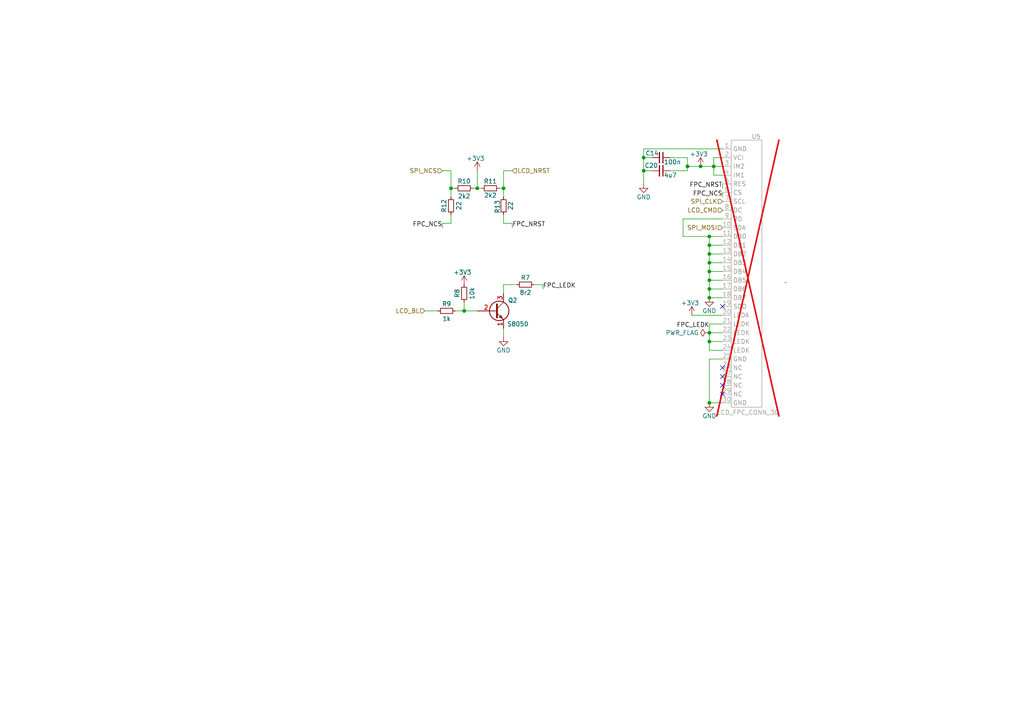
<source format=kicad_sch>
(kicad_sch (version 20231120) (generator "eeschema") (generator_version "8.0")
  (paper "A4")
  (lib_symbols
    (symbol "Device:C_Small" (pin_numbers hide) (pin_names (offset 0.254) hide)
      (property "Reference" "C" (at 0.254 1.778 0))
      (property "Value" "C_Small" (at 0.254 -2.032 0))
      (symbol "C_Small_0_1"
        (polyline (pts (xy -1.524 -0.508) (xy 1.524 -0.508)) (stroke (width 0.3302)))
        (polyline (pts (xy -1.524 0.508) (xy 1.524 0.508)) (stroke (width 0.3048)))
      )
      (symbol "C_Small_1_1"
        (pin passive line (at 0 2.54 270) (length 2.032) (name "~") (number "1"))
        (pin passive line (at 0 -2.54 90) (length 2.032) (name "~") (number "2"))
      )
    )
    (symbol "Device:R_Small" (pin_numbers hide) (pin_names (offset 0.254) hide)
      (property "Reference" "R" (at 0.762 0.508 0))
      (property "Value" "R_Small" (at 0.762 -1.016 0))
      (symbol "R_Small_0_1"
        (rectangle (start -0.762 1.778) (end 0.762 -1.778) (stroke (width 0.2032)))
      )
      (symbol "R_Small_1_1"
        (pin passive line (at 0 2.54 270) (length 0.762) (name "~") (number "1"))
        (pin passive line (at 0 -2.54 90) (length 0.762) (name "~") (number "2"))
      )
    )
    (symbol "Marijn:1.9{dblquote} LCD_FPC_CONN"
      (property "Reference" "U" (at 1.016 0 0))
      (symbol "1.9{dblquote} LCD_FPC_CONN_0_1"
        (rectangle (start -6.35 -1.27) (end 2.54 -78.74))
      )
      (symbol "1.9{dblquote} LCD_FPC_CONN_1_1"
        (text "LCD_FPC_CONN_30" (at -1.524 -80.264 0) (effects (font (size 1.27 1.27))))
        (pin power_in line (at -8.89 -3.81 0) (length 2.54) (name "GND") (number "1"))
        (pin input line (at -8.89 -26.67 0) (length 2.54) (name "SDA") (number "10"))
        (pin input line (at -8.89 -29.21 0) (length 2.54) (name "DB0") (number "11"))
        (pin input line (at -8.89 -31.75 0) (length 2.54) (name "DB1") (number "12"))
        (pin input line (at -8.89 -34.29 0) (length 2.54) (name "DB2") (number "13"))
        (pin input line (at -8.89 -36.83 0) (length 2.54) (name "DB3") (number "14"))
        (pin input line (at -8.89 -39.37 0) (length 2.54) (name "DB4") (number "15"))
        (pin input line (at -8.89 -41.91 0) (length 2.54) (name "DB5") (number "16"))
        (pin input line (at -8.89 -44.45 0) (length 2.54) (name "DB6") (number "17"))
        (pin input line (at -8.89 -46.99 0) (length 2.54) (name "DB7") (number "18"))
        (pin output line (at -8.89 -49.53 0) (length 2.54) (name "SDO") (number "19"))
        (pin power_in line (at -8.89 -6.35 0) (length 2.54) (name "VCI") (number "2"))
        (pin power_in line (at -8.89 -52.07 0) (length 2.54) (name "LEDA") (number "20"))
        (pin power_in line (at -8.89 -54.61 0) (length 2.54) (name "LEDK") (number "21"))
        (pin power_in line (at -8.89 -57.15 0) (length 2.54) (name "LEDK") (number "22"))
        (pin power_in line (at -8.89 -59.69 0) (length 2.54) (name "LEDK") (number "23"))
        (pin power_in line (at -8.89 -62.23 0) (length 2.54) (name "LEDK") (number "24"))
        (pin power_in line (at -8.89 -64.77 0) (length 2.54) (name "GND") (number "25"))
        (pin passive line (at -8.89 -67.31 0) (length 2.54) (name "NC") (number "26"))
        (pin passive line (at -8.89 -69.85 0) (length 2.54) (name "NC") (number "27"))
        (pin passive line (at -8.89 -72.39 0) (length 2.54) (name "NC") (number "28"))
        (pin passive line (at -8.89 -74.93 0) (length 2.54) (name "NC") (number "29"))
        (pin input line (at -8.89 -8.89 0) (length 2.54) (name "IM2") (number "3"))
        (pin power_in line (at -8.89 -77.47 0) (length 2.54) (name "GND") (number "30"))
        (pin input line (at -8.89 -11.43 0) (length 2.54) (name "IM1") (number "4"))
        (pin input line (at -8.89 -13.97 0) (length 2.54) (name "RES") (number "5"))
        (pin input line (at -8.89 -16.51 0) (length 2.54) (name "CS") (number "6"))
        (pin input line (at -8.89 -19.05 0) (length 2.54) (name "SCL") (number "7"))
        (pin input line (at -8.89 -21.59 0) (length 2.54) (name "DC") (number "8"))
        (pin input line (at -8.89 -24.13 0) (length 2.54) (name "RD") (number "9"))
      )
    )
    (symbol "Transistor_BJT:S8050" (pin_names (offset 0) hide)
      (property "Reference" "Q" (at 5.08 1.905 0))
      (property "Value" "S8050" (at 5.08 0 0))
      (symbol "S8050_0_1"
        (polyline (pts (xy 0 0) (xy 0.635 0)))
        (polyline (pts (xy 0.635 0.635) (xy 2.54 2.54)))
        (polyline (pts (xy 0.635 -0.635) (xy 2.54 -2.54) (xy 2.54 -2.54)))
        (polyline (pts (xy 0.635 1.905) (xy 0.635 -1.905) (xy 0.635 -1.905)) (stroke (width 0.508)))
        (polyline (pts (xy 1.27 -1.778) (xy 1.778 -1.27) (xy 2.286 -2.286) (xy 1.27 -1.778) (xy 1.27 -1.778)) (fill (type outline)))
        (circle (center 1.27 0) (radius 2.8194) (stroke (width 0.254)))
      )
      (symbol "S8050_1_1"
        (pin passive line (at 2.54 -5.08 90) (length 2.54) (name "E") (number "1"))
        (pin input line (at -5.08 0 0) (length 5.08) (name "B") (number "2"))
        (pin passive line (at 2.54 5.08 270) (length 2.54) (name "C") (number "3"))
      )
    )
    (symbol "power:+3V3" (power) (pin_numbers hide) (pin_names (offset 0) hide)
      (property "Value" "+3V3" (at 0 3.556 0))
      (symbol "+3V3_0_1"
        (polyline (pts (xy -0.762 1.27) (xy 0 2.54)))
        (polyline (pts (xy 0 0) (xy 0 2.54)))
        (polyline (pts (xy 0 2.54) (xy 0.762 1.27)))
      )
      (symbol "+3V3_1_1"
        (pin power_in line (at 0 0 90) (length 0) (name "~") (number "1"))
      )
    )
    (symbol "power:GND" (power) (pin_numbers hide) (pin_names (offset 0) hide)
      (property "Value" "GND" (at 0 -3.81 0))
      (symbol "GND_0_1"
        (polyline (pts (xy 0 0) (xy 0 -1.27) (xy 1.27 -1.27) (xy 0 -2.54) (xy -1.27 -1.27) (xy 0 -1.27)))
      )
      (symbol "GND_1_1"
        (pin power_in line (at 0 0 270) (length 0) (name "~") (number "1"))
      )
    )
    (symbol "power:PWR_FLAG" (power) (pin_numbers hide) (pin_names (offset 0) hide)
      (property "Value" "PWR_FLAG" (at 0 3.81 0))
      (symbol "PWR_FLAG_0_0"
        (pin power_out line (at 0 0 90) (length 0) (name "~") (number "1"))
      )
      (symbol "PWR_FLAG_0_1"
        (polyline (pts (xy 0 0) (xy 0 1.27) (xy -1.016 1.905) (xy 0 2.54) (xy 1.016 1.905) (xy 0 1.27)))
      )
    )
  )
  (junction (at 205.74 83.82))
  (junction (at 186.69 45.72))
  (junction (at 205.74 71.12))
  (junction (at 207.01 48.26))
  (junction (at 138.43 54.61))
  (junction (at 205.74 86.36))
  (junction (at 205.74 73.66))
  (junction (at 205.74 116.84))
  (junction (at 205.74 76.2))
  (junction (at 186.69 49.53))
  (junction (at 199.39 48.26))
  (junction (at 146.05 54.61))
  (junction (at 134.62 90.17))
  (junction (at 205.74 78.74))
  (junction (at 130.81 54.61))
  (junction (at 203.2 48.26))
  (junction (at 205.74 68.58))
  (junction (at 205.74 81.28))
  (junction (at 205.74 96.52))
  (junction (at 205.74 99.06))
  (no_connect (at 209.55 109.22))
  (no_connect (at 209.55 114.3))
  (no_connect (at 209.55 111.76))
  (no_connect (at 209.55 88.9))
  (no_connect (at 209.55 106.68))
  (wire (pts (xy 209.55 63.5) (xy 198.12 63.5)))
  (wire (pts (xy 205.74 71.12) (xy 205.74 73.66)))
  (wire (pts (xy 130.81 64.77) (xy 128.27 64.77)))
  (wire (pts (xy 209.55 43.18) (xy 186.69 43.18)))
  (wire (pts (xy 205.74 116.84) (xy 209.55 116.84)))
  (wire (pts (xy 209.55 104.14) (xy 205.74 104.14)))
  (wire (pts (xy 207.01 50.8) (xy 209.55 50.8)))
  (wire (pts (xy 209.55 57.15) (xy 209.55 55.88)))
  (wire (pts (xy 146.05 54.61) (xy 146.05 57.15)))
  (wire (pts (xy 205.74 76.2) (xy 205.74 78.74)))
  (wire (pts (xy 205.74 104.14) (xy 205.74 116.84)))
  (wire (pts (xy 130.81 54.61) (xy 130.81 57.15)))
  (wire (pts (xy 144.78 54.61) (xy 146.05 54.61)))
  (wire (pts (xy 194.31 45.72) (xy 199.39 45.72)))
  (wire (pts (xy 205.74 78.74) (xy 209.55 78.74)))
  (wire (pts (xy 209.55 45.72) (xy 207.01 45.72)))
  (wire (pts (xy 205.74 73.66) (xy 205.74 76.2)))
  (wire (pts (xy 198.12 68.58) (xy 205.74 68.58)))
  (wire (pts (xy 146.05 49.53) (xy 148.59 49.53)))
  (wire (pts (xy 130.81 62.23) (xy 130.81 64.77)))
  (wire (pts (xy 146.05 64.77) (xy 148.59 64.77)))
  (wire (pts (xy 205.74 83.82) (xy 209.55 83.82)))
  (wire (pts (xy 205.74 78.74) (xy 205.74 81.28)))
  (wire (pts (xy 205.74 83.82) (xy 205.74 86.36)))
  (wire (pts (xy 199.39 45.72) (xy 199.39 48.26)))
  (wire (pts (xy 205.74 93.98) (xy 205.74 96.52)))
  (wire (pts (xy 186.69 45.72) (xy 186.69 49.53)))
  (wire (pts (xy 139.7 54.61) (xy 138.43 54.61)))
  (wire (pts (xy 205.74 73.66) (xy 209.55 73.66)))
  (wire (pts (xy 132.08 90.17) (xy 134.62 90.17)))
  (wire (pts (xy 157.48 82.55) (xy 157.48 83.82)))
  (wire (pts (xy 205.74 68.58) (xy 205.74 71.12)))
  (wire (pts (xy 148.59 64.77) (xy 148.59 66.04)))
  (wire (pts (xy 146.05 97.79) (xy 146.05 95.25)))
  (wire (pts (xy 205.74 81.28) (xy 205.74 83.82)))
  (wire (pts (xy 149.86 82.55) (xy 146.05 82.55)))
  (wire (pts (xy 186.69 45.72) (xy 189.23 45.72)))
  (wire (pts (xy 146.05 62.23) (xy 146.05 64.77)))
  (wire (pts (xy 128.27 64.77) (xy 128.27 66.04)))
  (wire (pts (xy 205.74 81.28) (xy 209.55 81.28)))
  (wire (pts (xy 205.74 96.52) (xy 209.55 96.52)))
  (wire (pts (xy 205.74 68.58) (xy 209.55 68.58)))
  (wire (pts (xy 198.12 63.5) (xy 198.12 68.58)))
  (wire (pts (xy 132.08 54.61) (xy 130.81 54.61)))
  (wire (pts (xy 209.55 54.61) (xy 209.55 53.34)))
  (wire (pts (xy 137.16 54.61) (xy 138.43 54.61)))
  (wire (pts (xy 205.74 86.36) (xy 209.55 86.36)))
  (wire (pts (xy 134.62 87.63) (xy 134.62 90.17)))
  (wire (pts (xy 186.69 49.53) (xy 189.23 49.53)))
  (wire (pts (xy 186.69 49.53) (xy 186.69 53.34)))
  (wire (pts (xy 130.81 54.61) (xy 130.81 49.53)))
  (wire (pts (xy 138.43 49.53) (xy 138.43 54.61)))
  (wire (pts (xy 207.01 45.72) (xy 207.01 48.26)))
  (wire (pts (xy 207.01 48.26) (xy 207.01 50.8)))
  (wire (pts (xy 205.74 101.6) (xy 209.55 101.6)))
  (wire (pts (xy 199.39 49.53) (xy 199.39 48.26)))
  (wire (pts (xy 146.05 82.55) (xy 146.05 85.09)))
  (wire (pts (xy 123.19 90.17) (xy 127 90.17)))
  (wire (pts (xy 200.66 91.44) (xy 209.55 91.44)))
  (wire (pts (xy 186.69 43.18) (xy 186.69 45.72)))
  (wire (pts (xy 205.74 76.2) (xy 209.55 76.2)))
  (wire (pts (xy 205.74 99.06) (xy 205.74 101.6)))
  (wire (pts (xy 203.2 48.26) (xy 207.01 48.26)))
  (wire (pts (xy 134.62 90.17) (xy 138.43 90.17)))
  (wire (pts (xy 205.74 71.12) (xy 209.55 71.12)))
  (wire (pts (xy 154.94 82.55) (xy 157.48 82.55)))
  (wire (pts (xy 207.01 48.26) (xy 209.55 48.26)))
  (wire (pts (xy 128.27 49.53) (xy 130.81 49.53)))
  (wire (pts (xy 205.74 99.06) (xy 209.55 99.06)))
  (wire (pts (xy 209.55 93.98) (xy 205.74 93.98)))
  (wire (pts (xy 194.31 49.53) (xy 199.39 49.53)))
  (wire (pts (xy 205.74 96.52) (xy 205.74 99.06)))
  (wire (pts (xy 146.05 49.53) (xy 146.05 54.61)))
  (wire (pts (xy 199.39 48.26) (xy 203.2 48.26)))
  (label "FPC_NRST" (at 209.55 54.61 180))
  (label "FPC_NCS" (at 209.55 57.15 180))
  (label "FPC_NRST" (at 148.59 66.04 0))
  (label "FPC_NCS" (at 128.27 66.04 180))
  (label "FPC_LEDK" (at 205.74 95.25 180))
  (label "FPC_LEDK" (at 157.48 83.82 0))
  (hierarchical_label "LCD_CMD" (shape input) (at 209.55 60.96 180))
  (hierarchical_label "LCD_BL" (shape input) (at 123.19 90.17 180))
  (hierarchical_label "SPI_NCS" (shape input) (at 128.27 49.53 180))
  (hierarchical_label "LCD_NRST" (shape input) (at 148.59 49.53 0))
  (hierarchical_label "SPI_CLK" (shape input) (at 209.55 58.42 180))
  (hierarchical_label "SPI_MOSI" (shape input) (at 209.55 66.04 180))
  (symbol (lib_id "Device:C_Small") (at 191.77 49.53 270) (unit 1)
    (property "Reference" "C20" (at 186.944 48.006 90) (effects (justify left)))
    (property "Value" "4u7" (at 192.532 50.8 90) (effects (justify left)))
    (property "Footprint" "Capacitor_SMD:C_0402_1005Metric" (effects (hide yes)))
    (property "Description" "Unpolarized capacitor, small symbol" (effects (hide yes)))
    (property "LCSC" "C23733" (effects (hide yes)))
  )
  (symbol (lib_id "Device:R_Small") (at 129.54 90.17 90) (unit 1)
    (property "Reference" "R9" (at 129.54 88.138 90))
    (property "Value" "1k" (at 129.54 92.456 90))
    (property "Footprint" "Resistor_SMD:R_0402_1005Metric" (effects (hide yes)))
    (property "Description" "Resistor, small symbol" (effects (hide yes)))
    (property "LCSC" "C11702" (effects (hide yes)))
  )
  (symbol (lib_id "power:+3V3") (at 138.43 49.53 0) (unit 1)
    (property "Reference" "#PWR031" (effects (hide yes)))
    (property "Value" "+3V3" (at 137.922 45.974 0))
    (property "Description" "Power symbol creates a global label with name \"+3V3\"" (effects (hide yes)))
  )
  (symbol (lib_id "Device:R_Small") (at 134.62 54.61 90) (unit 1)
    (property "Reference" "R10" (at 134.62 52.578 90))
    (property "Value" "2k2" (at 134.62 56.896 90))
    (property "Footprint" "Resistor_SMD:R_0402_1005Metric" (effects (hide yes)))
    (property "Description" "Resistor, small symbol" (effects (hide yes)))
    (property "LCSC" "C25879" (effects (hide yes)))
  )
  (symbol (lib_id "Device:R_Small") (at 152.4 82.55 90) (unit 1)
    (property "Reference" "R7" (at 152.4 80.518 90))
    (property "Value" "8r2" (at 152.4 84.836 90))
    (property "Footprint" "Resistor_SMD:R_0402_1005Metric" (effects (hide yes)))
    (property "Description" "Resistor, small symbol" (effects (hide yes)))
    (property "LCSC" "C2849042" (effects (hide yes)))
  )
  (symbol (lib_id "Transistor_BJT:S8050") (at 143.51 90.17 0) (unit 1)
    (property "Reference" "Q2" (at 147.32 87.122 0) (effects (justify left)))
    (property "Value" "S8050" (at 147.066 93.98 0) (effects (justify left)))
    (property "Footprint" "Package_TO_SOT_SMD:SOT-23" (effects (hide yes)))
    (property "Datasheet" "http://www.unisonic.com.tw/datasheet/S8050.pdf" (effects (hide yes)))
    (property "Description" "0.7A Ic, 20V Vce, Low Voltage High Current NPN Transistor, TO-92" (effects (hide yes)))
    (property "LCSC" "C2146" (effects (hide yes)))
  )
  (symbol (lib_id "power:+3V3") (at 200.66 91.44 0) (unit 1)
    (property "Reference" "#PWR029" (effects (hide yes)))
    (property "Value" "+3V3" (at 200.152 87.884 0))
    (property "Description" "Power symbol creates a global label with name \"+3V3\"" (effects (hide yes)))
  )
  (symbol (lib_id "Marijn:1.9{dblquote} LCD_FPC_CONN") (at 218.44 39.37 0) (unit 1) (dnp yes)
    (property "Reference" "U5" (at 217.932 39.624 0) (effects (justify left)))
    (property "Value" "~" (at 227.33 81.9178 0) (effects (justify left)))
    (property "Footprint" "Custom:FPC_30_soldered" (effects (hide yes)))
  )
  (symbol (lib_id "power:+3V3") (at 203.2 48.26 0) (unit 1)
    (property "Reference" "#PWR025" (effects (hide yes)))
    (property "Value" "+3V3" (at 202.692 44.704 0))
    (property "Description" "Power symbol creates a global label with name \"+3V3\"" (effects (hide yes)))
  )
  (symbol (lib_id "power:GND") (at 186.69 53.34 0) (unit 1)
    (property "Reference" "#PWR026" (effects (hide yes)))
    (property "Value" "GND" (at 186.69 57.15 0))
    (property "Description" "Power symbol creates a global label with name \"GND\" , ground" (effects (hide yes)))
  )
  (symbol (lib_id "power:GND") (at 205.74 116.84 0) (unit 1)
    (property "Reference" "#PWR032" (effects (hide yes)))
    (property "Value" "GND" (at 205.74 120.65 0))
    (property "Description" "Power symbol creates a global label with name \"GND\" , ground" (effects (hide yes)))
  )
  (symbol (lib_id "Device:R_Small") (at 142.24 54.61 270) (unit 1)
    (property "Reference" "R11" (at 142.24 52.578 90))
    (property "Value" "2k2" (at 142.24 56.642 90))
    (property "Footprint" "Resistor_SMD:R_0402_1005Metric" (effects (hide yes)))
    (property "Description" "Resistor, small symbol" (effects (hide yes)))
    (property "LCSC" "C25879" (effects (hide yes)))
  )
  (symbol (lib_id "power:GND") (at 205.74 86.36 0) (unit 1)
    (property "Reference" "#PWR028" (effects (hide yes)))
    (property "Value" "GND" (at 205.74 90.17 0))
    (property "Description" "Power symbol creates a global label with name \"GND\" , ground" (effects (hide yes)))
  )
  (symbol (lib_id "power:GND") (at 146.05 97.79 0) (unit 1)
    (property "Reference" "#PWR030" (effects (hide yes)))
    (property "Value" "GND" (at 146.05 101.6 0))
    (property "Description" "Power symbol creates a global label with name \"GND\" , ground" (effects (hide yes)))
  )
  (symbol (lib_id "power:+3V3") (at 134.62 82.55 0) (unit 1)
    (property "Reference" "#PWR027" (effects (hide yes)))
    (property "Value" "+3V3" (at 134.112 78.994 0))
    (property "Description" "Power symbol creates a global label with name \"+3V3\"" (effects (hide yes)))
  )
  (symbol (lib_id "Device:R_Small") (at 146.05 59.69 0) (unit 1)
    (property "Reference" "R13" (at 144.272 59.944 90))
    (property "Value" "22" (at 148.082 59.69 90))
    (property "Footprint" "Resistor_SMD:R_0402_1005Metric" (effects (hide yes)))
    (property "Description" "Resistor, small symbol" (effects (hide yes)))
    (property "LCSC" "C25092" (effects (hide yes)))
  )
  (symbol (lib_id "Device:C_Small") (at 191.77 45.72 270) (unit 1)
    (property "Reference" "C14" (at 187.198 44.45 90) (effects (justify left)))
    (property "Value" "100n" (at 192.532 46.99 90) (effects (justify left)))
    (property "Footprint" "Capacitor_SMD:C_0402_1005Metric" (effects (hide yes)))
    (property "Description" "Unpolarized capacitor, small symbol" (effects (hide yes)))
    (property "LCSC" "C1525" (effects (hide yes)))
  )
  (symbol (lib_id "power:PWR_FLAG") (at 205.74 96.52 90) (unit 1)
    (property "Reference" "#FLG03" (effects (hide yes)))
    (property "Value" "PWR_FLAG" (at 202.692 96.52 90) (effects (justify left)))
    (property "Description" "Special symbol for telling ERC where power comes from" (effects (hide yes)))
  )
  (symbol (lib_id "Device:R_Small") (at 134.62 85.09 180) (unit 1)
    (property "Reference" "R8" (at 132.588 85.09 90))
    (property "Value" "10k" (at 136.906 85.09 90))
    (property "Footprint" "Resistor_SMD:R_0402_1005Metric" (effects (hide yes)))
    (property "Description" "Resistor, small symbol" (effects (hide yes)))
    (property "LCSC" "C25744" (effects (hide yes)))
  )
  (symbol (lib_id "Device:R_Small") (at 130.81 59.69 180) (unit 1)
    (property "Reference" "R12" (at 128.778 59.69 90))
    (property "Value" "22" (at 133.096 59.69 90))
    (property "Footprint" "Resistor_SMD:R_0402_1005Metric" (effects (hide yes)))
    (property "Description" "Resistor, small symbol" (effects (hide yes)))
    (property "LCSC" "C25092" (effects (hide yes)))
  )
)
</source>
